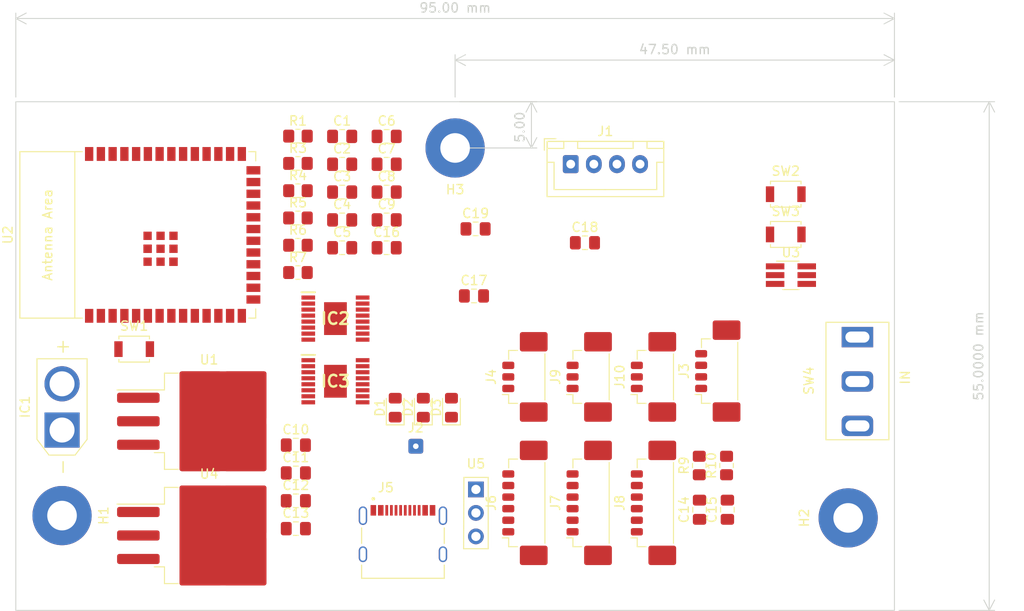
<source format=kicad_pcb>
(kicad_pcb (version 20221018) (generator pcbnew)
  (layers (0 "F.Cu" signal) (31 "B.Cu" signal) (34 "B.Paste" user) (35 "F.Paste" user) (36 "B.SilkS" user "B.Silkscreen") (37 "F.SilkS" user "F.Silkscreen") (38 "B.Mask" user) (39 "F.Mask" user) (44 "Edge.Cuts" user))
  (net 0 "")
  (net 1 "GND")
  (net 2 "EN")
  (net 3 "BOOT")
  (net 4 "VBUS 5V")
  (net 5 "IR MODULE")
  (net 6 "+5V")
  (net 7 "Net-(R5-Pad2)")
  (net 8 "Net-(R6-Pad2)")
  (net 9 "TEST PROGRAM")
  (net 11 "D-")
  (net 12 "D+")
  (net 13 "VBATT")
  (net 14 "QRE1113 A")
  (net 15 "QRE1113 B")
  (net 16 "QRE1113 C")
  (net 17 "SHARP 1")
  (net 18 "SHARP 2")
  (net 19 "Net-(IC3-CPL)")
  (net 20 "+3V3")
  (net 21 "Net-(J4-Pin_2)")
  (net 22 "Net-(D2-K)")
  (net 23 "Net-(D1-K)")
  (net 24 "TEST LED")
  (net 25 "POWER LED")
  (net 26 "Net-(D3-A)")
  (net 27 "SDA")
  (net 28 "SCL")
  (net 29 "Net-(J5-SHIELD-PadS1)")
  (net 30 "D+ IN")
  (net 31 "D- IN")
  (net 32 "Net-(IC3-CPH)")
  (net 40 "Net-(IC3-VCP)")
  (net 41 "Net-(IC2-CPL)")
  (net 52 "Net-(IC2-CPH)")
  (net 53 "Net-(IC2-VCP)")
  (net 54 "PWM1")
  (net 55 "IN1")
  (net 60 "OUT 1A")
  (net 61 "OUT 1B")
  (net 62 "PWM2")
  (net 63 "IN2")
  (net 68 "OUT 2A")
  (net 69 "OUT 2B")
  (net 77 "nSLEEP")
  (net 78 "+12V")
  (footprint "sumec-smdV2_library:DRV8874" (layer "F.Cu") (at 125.062 93.95)
    (fp_text reference "IC2" (at 0 0) (layer "F.SilkS") (effects (font (size 1.27 1.27) (thickness 0.254))))
    (fp_text value "DRV8874PWPR" hide)
    (pad "1" smd rect (at -2.938 -2.275 90) (size 0.45 1.475) (layers "F.Cu" "F.Paste" "F.Mask") (net 54 "PWM1"))
    (pad "2" smd rect (at -2.938 -1.625 90) (size 0.45 1.475) (layers "F.Cu" "F.Paste" "F.Mask") (net 55 "IN1"))
    (pad "3" smd rect (at -2.938 -0.975 90) (size 0.45 1.475) (layers "F.Cu" "F.Paste" "F.Mask") (net 77 "nSLEEP"))
    (pad "4" smd rect (at -2.938 -0.325 90) (size 0.45 1.475) (layers "F.Cu" "F.Paste" "F.Mask"))
    (pad "5" smd rect (at -2.938 0.325 90) (size 0.45 1.475) (layers "F.Cu" "F.Paste" "F.Mask"))
    (pad "6" smd rect (at -2.938 0.975 90) (size 0.45 1.475) (layers "F.Cu" "F.Paste" "F.Mask"))
    (pad "7" smd rect (at -2.938 1.625 90) (size 0.45 1.475) (layers "F.Cu" "F.Paste" "F.Mask"))
    (pad "8" smd rect (at -2.938 2.275 90) (size 0.45 1.475) (layers "F.Cu" "F.Paste" "F.Mask") (net 60 "OUT 1A"))
    (pad "9" smd rect (at 2.938 2.275 90) (size 0.45 1.475) (layers "F.Cu" "F.Paste" "F.Mask") (net 1 "GND"))
    (pad "10" smd rect (at 2.938 1.625 90) (size 0.45 1.475) (layers "F.Cu" "F.Paste" "F.Mask") (net 61 "OUT 1B"))
    (pad "11" smd rect (at 2.938 0.975 90) (size 0.45 1.475) (layers "F.Cu" "F.Paste" "F.Mask") (net 78 "+12V"))
    (pad "12" smd rect (at 2.938 0.325 90) (size 0.45 1.475) (layers "F.Cu" "F.Paste" "F.Mask") (net 53 "Net-(IC2-VCP)"))
    (pad "13" smd rect (at 2.938 -0.325 90) (size 0.45 1.475) (layers "F.Cu" "F.Paste" "F.Mask") (net 52 "Net-(IC2-CPH)"))
    (pad "14" smd rect (at 2.938 -0.975 90) (size 0.45 1.475) (layers "F.Cu" "F.Paste" "F.Mask") (net 41 "Net-(IC2-CPL)"))
    (pad "15" smd rect (at 2.938 -1.625 90) (size 0.45 1.475) (layers "F.Cu" "F.Paste" "F.Mask") (net 1 "GND"))
    (pad "16" smd rect (at 2.938 -2.275 90) (size 0.45 1.475) (layers "F.Cu" "F.Paste" "F.Mask") (net 1 "GND"))
    (pad "17" smd rect (at 0 0) (size 2.46 3.55) (layers "F.Cu" "F.Paste" "F.Mask") (net 1 "GND"))
  )
  (footprint "Capacitor_SMD:C_0805_2012Metric_Pad1.18x1.45mm_HandSolder" (layer "F.Cu") (at 125.7875 77.26)
    (fp_text reference "C2" (at 0 -1.68) (layer "F.SilkS"))
    (fp_text value "100nF.hb")
    (pad "1" smd roundrect (at -1.0375 0) (size 1.175 1.45) (layers "F.Cu" "F.Paste" "F.Mask") (roundrect_rratio 0.212766) (net 78 "+12V"))
    (pad "2" smd roundrect (at 1.0375 0) (size 1.175 1.45) (layers "F.Cu" "F.Paste" "F.Mask") (roundrect_rratio 0.212766) (net 40 "Net-(IC3-VCP)"))
  )
  (footprint "Button_Switch_SMD:SW_SPST_B3U-1000P" (layer "F.Cu") (at 103.3 97.25)
    (fp_text reference "SW1" (at 0 -2.5) (layer "F.SilkS"))
    (fp_text value "SW_Push")
    (pad "1" smd rect (at -1.7 0) (size 0.9 1.7) (layers "F.Cu" "F.Paste" "F.Mask") (net 20 "+3V3"))
    (pad "2" smd rect (at 1.7 0) (size 0.9 1.7) (layers "F.Cu" "F.Paste" "F.Mask") (net 9 "TEST PROGRAM"))
  )
  (footprint "Button_Switch_SMD:SW_SPST_B3U-1000P" (layer "F.Cu") (at 173.75 84.85)
    (fp_text reference "SW3" (at 0 -2.5) (layer "F.SilkS"))
    (fp_text value "SW_Push")
    (pad "1" smd rect (at -1.7 0) (size 0.9 1.7) (layers "F.Cu" "F.Paste" "F.Mask") (net 1 "GND"))
    (pad "2" smd rect (at 1.7 0) (size 0.9 1.7) (layers "F.Cu" "F.Paste" "F.Mask") (net 3 "BOOT"))
  )
  (footprint "Connector_Molex:Molex_PicoBlade_53398-0371_1x03-1MP_P1.25mm_Vertical" (layer "F.Cu") (at 145 100.255 90)
    (fp_text reference "J4" (at 0 -3.1 90) (layer "F.SilkS"))
    (fp_text value "Conn_01x03_Pin")
    (pad "1" smd roundrect (at -1.25 -1.25 90) (size 0.8 1.3) (layers "F.Cu" "F.Paste" "F.Mask") (net 16 "QRE1113 C"))
    (pad "2" smd roundrect (at 0 -1.25 90) (size 0.8 1.3) (layers "F.Cu" "F.Paste" "F.Mask") (net 21 "Net-(J4-Pin_2)"))
    (pad "3" smd roundrect (at 1.25 -1.25 90) (size 0.8 1.3) (layers "F.Cu" "F.Paste" "F.Mask") (net 1 "GND"))
    (pad "MP" smd roundrect (at -3.8 1.5 90) (size 2.1 3) (layers "F.Cu" "F.Paste" "F.Mask") (roundrect_rratio 0.119048))
    (pad "MP" smd roundrect (at 3.8 1.5 90) (size 2.1 3) (layers "F.Cu" "F.Paste" "F.Mask") (roundrect_rratio 0.119048))
  )
  (footprint "sumec-smdV2_library:DRV8874" (layer "F.Cu") (at 125.062 100.725)
    (fp_text reference "IC3" (at 0 0) (layer "F.SilkS") (effects (font (size 1.27 1.27) (thickness 0.254))))
    (fp_text value "DRV8874PWPR" hide)
    (pad "1" smd rect (at -2.938 -2.275 90) (size 0.45 1.475) (layers "F.Cu" "F.Paste" "F.Mask") (net 62 "PWM2"))
    (pad "2" smd rect (at -2.938 -1.625 90) (size 0.45 1.475) (layers "F.Cu" "F.Paste" "F.Mask") (net 63 "IN2"))
    (pad "3" smd rect (at -2.938 -0.975 90) (size 0.45 1.475) (layers "F.Cu" "F.Paste" "F.Mask") (net 77 "nSLEEP"))
    (pad "4" smd rect (at -2.938 -0.325 90) (size 0.45 1.475) (layers "F.Cu" "F.Paste" "F.Mask"))
    (pad "5" smd rect (at -2.938 0.325 90) (size 0.45 1.475) (layers "F.Cu" "F.Paste" "F.Mask"))
    (pad "6" smd rect (at -2.938 0.975 90) (size 0.45 1.475) (layers "F.Cu" "F.Paste" "F.Mask"))
    (pad "7" smd rect (at -2.938 1.625 90) (size 0.45 1.475) (layers "F.Cu" "F.Paste" "F.Mask"))
    (pad "8" smd rect (at -2.938 2.275 90) (size 0.45 1.475) (layers "F.Cu" "F.Paste" "F.Mask") (net 68 "OUT 2A"))
    (pad "9" smd rect (at 2.938 2.275 90) (size 0.45 1.475) (layers "F.Cu" "F.Paste" "F.Mask") (net 1 "GND"))
    (pad "10" smd rect (at 2.938 1.625 90) (size 0.45 1.475) (layers "F.Cu" "F.Paste" "F.Mask") (net 69 "OUT 2B"))
    (pad "11" smd rect (at 2.938 0.975 90) (size 0.45 1.475) (layers "F.Cu" "F.Paste" "F.Mask") (net 78 "+12V"))
    (pad "12" smd rect (at 2.938 0.325 90) (size 0.45 1.475) (layers "F.Cu" "F.Paste" "F.Mask") (net 40 "Net-(IC3-VCP)"))
    (pad "13" smd rect (at 2.938 -0.325 90) (size 0.45 1.475) (layers "F.Cu" "F.Paste" "F.Mask") (net 32 "Net-(IC3-CPH)"))
    (pad "14" smd rect (at 2.938 -0.975 90) (size 0.45 1.475) (layers "F.Cu" "F.Paste" "F.Mask") (net 19 "Net-(IC3-CPL)"))
    (pad "15" smd rect (at 2.938 -1.625 90) (size 0.45 1.475) (layers "F.Cu" "F.Paste" "F.Mask") (net 1 "GND"))
    (pad "16" smd rect (at 2.938 -2.275 90) (size 0.45 1.475) (layers "F.Cu" "F.Paste" "F.Mask") (net 1 "GND"))
    (pad "17" smd rect (at 0 0) (size 2.46 3.55) (layers "F.Cu" "F.Paste" "F.Mask") (net 1 "GND"))
  )
  (footprint "Capacitor_SMD:C_0805_2012Metric_Pad1.18x1.45mm_HandSolder" (layer "F.Cu") (at 125.7875 80.27)
    (fp_text reference "C3" (at 0 -1.68) (layer "F.SilkS"))
    (fp_text value "10uF.mcu")
    (pad "1" smd roundrect (at -1.0375 0) (size 1.175 1.45) (layers "F.Cu" "F.Paste" "F.Mask") (roundrect_rratio 0.212766) (net 20 "+3V3"))
    (pad "2" smd roundrect (at 1.0375 0) (size 1.175 1.45) (layers "F.Cu" "F.Paste" "F.Mask") (roundrect_rratio 0.212766) (net 1 "GND"))
  )
  (footprint "MountingHole:MountingHole_3.2mm_M3_Pad" (layer "F.Cu") (at 95.5 115.25)
    (fp_text reference "H1" (at 4.5 0 -90) (layer "F.SilkS"))
    (fp_text value "MountingHole_Pad" hide)
    (pad "1" thru_hole circle (at 0 0) (size 6.4 6.4) (drill 3.2) (layers "*.Cu" "*.Mask") (net 1 "GND"))
  )
  (footprint "Capacitor_SMD:C_0805_2012Metric_Pad1.18x1.45mm_HandSolder" (layer "F.Cu") (at 130.5975 86.29)
    (fp_text reference "C16" (at 0 -1.68) (layer "F.SilkS"))
    (fp_text value "10uF.hb")
    (pad "1" smd roundrect (at -1.0375 0) (size 1.175 1.45) (layers "F.Cu" "F.Paste" "F.Mask") (roundrect_rratio 0.212766) (net 78 "+12V"))
    (pad "2" smd roundrect (at 1.0375 0) (size 1.175 1.45) (layers "F.Cu" "F.Paste" "F.Mask") (roundrect_rratio 0.212766) (net 1 "GND"))
  )
  (footprint "Capacitor_SMD:C_0805_2012Metric_Pad1.18x1.45mm_HandSolder" (layer "F.Cu") (at 167.44 114.615 90)
    (fp_text reference "C15" (at 0 -1.68 90) (layer "F.SilkS"))
    (fp_text value "10uF.shrp")
    (pad "1" smd roundrect (at -1.0375 0 90) (size 1.175 1.45) (layers "F.Cu" "F.Paste" "F.Mask") (roundrect_rratio 0.212766) (net 1 "GND"))
    (pad "2" smd roundrect (at 1.0375 0 90) (size 1.175 1.45) (layers "F.Cu" "F.Paste" "F.Mask") (roundrect_rratio 0.212766) (net 20 "+3V3"))
  )
  (footprint "Capacitor_SMD:C_0805_2012Metric_Pad1.18x1.45mm_HandSolder" (layer "F.Cu") (at 125.7875 86.29)
    (fp_text reference "C5" (at 0 -1.68) (layer "F.SilkS"))
    (fp_text value "10uF.hb")
    (pad "1" smd roundrect (at -1.0375 0) (size 1.175 1.45) (layers "F.Cu" "F.Paste" "F.Mask") (roundrect_rratio 0.212766) (net 78 "+12V"))
    (pad "2" smd roundrect (at 1.0375 0) (size 1.175 1.45) (layers "F.Cu" "F.Paste" "F.Mask") (roundrect_rratio 0.212766) (net 1 "GND"))
  )
  (footprint "Capacitor_SMD:C_0805_2012Metric_Pad1.18x1.45mm_HandSolder" (layer "F.Cu") (at 125.7875 83.28)
    (fp_text reference "C4" (at 0 -1.68) (layer "F.SilkS"))
    (fp_text value "100nF.mcu")
    (pad "1" smd roundrect (at -1.0375 0) (size 1.175 1.45) (layers "F.Cu" "F.Paste" "F.Mask") (roundrect_rratio 0.212766) (net 20 "+3V3"))
    (pad "2" smd roundrect (at 1.0375 0) (size 1.175 1.45) (layers "F.Cu" "F.Paste" "F.Mask") (roundrect_rratio 0.212766) (net 1 "GND"))
  )
  (footprint "Connector_Wire:SolderWire-0.1sqmm_1x01_D0.4mm_OD1mm" (layer "F.Cu") (at 133.75 107.75)
    (fp_text reference "J2" (at 0 -2) (layer "F.SilkS"))
    (fp_text value "Conn_01x01_Pin")
    (pad "1" thru_hole roundrect (at 0 0) (size 1.6 1.6) (drill 0.6) (layers "*.Cu" "*.Mask") (roundrect_rratio 0.15625) (net 4 "VBUS 5V"))
  )
  (footprint "Package_TO_SOT_SMD:TO-263-3_TabPin2" (layer "F.Cu") (at 111.4 117.4)
    (fp_text reference "U4" (at 0 -6.65) (layer "F.SilkS"))
    (fp_text value "LM1084-5.0")
    (pad "1" smd roundrect (at -7.65 -2.54) (size 4.6 1.1) (layers "F.Cu" "F.Paste" "F.Mask") (roundrect_rratio 0.227273) (net 1 "GND"))
    (pad "2" smd roundrect (at -7.65 0) (size 4.6 1.1) (layers "F.Cu" "F.Paste" "F.Mask") (roundrect_rratio 0.227273) (net 6 "+5V"))
    (pad "2" smd roundrect (at -0.925 -2.775) (size 4.55 5.25) (layers "F.Cu" "F.Paste") (roundrect_rratio 0.054945) (net 6 "+5V"))
    (pad "2" smd roundrect (at -0.925 2.775) (size 4.55 5.25) (layers "F.Cu" "F.Paste") (roundrect_rratio 0.054945) (net 6 "+5V"))
    (pad "2" smd roundrect (at 1.5 0) (size 9.4 10.8) (layers "F.Cu" "F.Mask") (roundrect_rratio 0.026596) (net 6 "+5V"))
    (pad "2" smd roundrect (at 3.925 -2.775) (size 4.55 5.25) (layers "F.Cu" "F.Paste") (roundrect_rratio 0.054945) (net 6 "+5V"))
    (pad "2" smd roundrect (at 3.925 2.775) (size 4.55 5.25) (layers "F.Cu" "F.Paste") (roundrect_rratio 0.054945) (net 6 "+5V"))
    (pad "3" smd roundrect (at -7.65 2.54) (size 4.6 1.1) (layers "F.Cu" "F.Paste" "F.Mask") (roundrect_rratio 0.227273) (net 78 "+12V"))
  )
  (footprint "Resistor_SMD:R_0805_2012Metric_Pad1.20x1.40mm_HandSolder" (layer "F.Cu") (at 121.0075 80.12)
    (fp_text reference "R4" (at 0 -1.65) (layer "F.SilkS"))
    (fp_text value "0R")
    (pad "1" smd roundrect (at -1 0) (size 1.2 1.4) (layers "F.Cu" "F.Paste" "F.Mask") (roundrect_rratio 0.208333) (net 29 "Net-(J5-SHIELD-PadS1)"))
    (pad "2" smd roundrect (at 1 0) (size 1.2 1.4) (layers "F.Cu" "F.Paste" "F.Mask") (roundrect_rratio 0.208333) (net 1 "GND"))
  )
  (footprint "Resistor_SMD:R_0805_2012Metric_Pad1.20x1.40mm_HandSolder" (layer "F.Cu") (at 121.0075 74.22)
    (fp_text reference "R1" (at 0 -1.65) (layer "F.SilkS"))
    (fp_text value "220")
    (pad "1" smd roundrect (at -1 0) (size 1.2 1.4) (layers "F.Cu" "F.Paste" "F.Mask") (roundrect_rratio 0.208333) (net 22 "Net-(D2-K)"))
    (pad "2" smd roundrect (at 1 0) (size 1.2 1.4) (layers "F.Cu" "F.Paste" "F.Mask") (roundrect_rratio 0.208333) (net 1 "GND"))
  )
  (footprint "Capacitor_SMD:C_0805_2012Metric_Pad1.18x1.45mm_HandSolder" (layer "F.Cu") (at 140.2125 84.25)
    (fp_text reference "C19" (at 0 -1.68) (layer "F.SilkS"))
    (fp_text value "220nF.hb")
    (pad "1" smd roundrect (at -1.0375 0) (size 1.175 1.45) (layers "F.Cu" "F.Paste" "F.Mask") (roundrect_rratio 0.212766) (net 78 "+12V"))
    (pad "2" smd roundrect (at 1.0375 0) (size 1.175 1.45) (layers "F.Cu" "F.Paste" "F.Mask") (roundrect_rratio 0.212766) (net 53 "Net-(IC2-VCP)"))
  )
  (footprint "sumec-smdV2_library:USB_Type_C" (layer "F.Cu") (at 132.36 119.43)
    (fp_text reference "J5" (at -1.85 -7.205) (layer "F.SilkS"))
    (fp_text value "TYPE-C-31-M-12")
    (pad "" np_thru_hole circle (at -2.89 -3.68) (size 0.6 0.6) (drill 0.6) (layers "*.Cu" "*.Mask"))
    (pad "" np_thru_hole circle (at 2.89 -3.68) (size 0.6 0.6) (drill 0.6) (layers "*.Cu" "*.Mask"))
    (pad "A1_B12" smd rect (at -3.2 -4.75) (size 0.6 1.14) (layers "F.Cu" "F.Paste") (net 1 "GND"))
    (pad "A4_B9" smd rect (at -2.4 -4.75) (size 0.6 1.14) (layers "F.Cu" "F.Paste") (net 26 "Net-(D3-A)"))
    (pad "A5" smd rect (at -1.25 -4.75) (size 0.3 1.14) (layers "F.Cu" "F.Paste"))
    (pad "A6" smd rect (at -0.25 -4.75) (size 0.3 1.14) (layers "F.Cu" "F.Paste") (net 30 "D+ IN"))
    (pad "A7" smd rect (at 0.25 -4.75) (size 0.3 1.14) (layers "F.Cu" "F.Paste") (net 31 "D- IN"))
    (pad "A8" smd rect (at 1.25 -4.75) (size 0.3 1.14) (layers "F.Cu" "F.Paste"))
    (pad "B1_A12" smd rect (at 3.2 -4.75) (size 0.6 1.14) (layers "F.Cu" "F.Paste") (net 1 "GND"))
    (pad "B4_A9" smd rect (at 2.4 -4.75) (size 0.6 1.14) (layers "F.Cu" "F.Paste") (net 26 "Net-(D3-A)"))
    (pad "B5" smd rect (at 1.75 -4.75) (size 0.3 1.14) (layers "F.Cu" "F.Paste"))
    (pad "B6" smd rect (at 0.75 -4.75) (size 0.3 1.14) (layers "F.Cu" "F.Paste") (net 30 "D+ IN"))
    (pad "B7" smd rect (at -0.75 -4.75) (size 0.3 1.14) (layers "F.Cu" "F.Paste") (net 31 "D- IN"))
    (pad "B8" smd rect (at -1.75 -4.75) (size 0.3 1.14) (layers "F.Cu" "F.Paste"))
    (pad "S1" thru_hole oval (at -4.325 -4.17) (size 0.9 2) (drill oval 0.6 1.7) (layers "*.Cu" "*.Mask") (net 29 "Net-(J5-SHIELD-PadS1)"))
    (pad "S2" thru_hole oval (at 4.325 -4.17) (size 0.9 2) (drill oval 0.6 1.7) (layers "*.Cu" "*.Mask") (net 29 "Net-(J5-SHIELD-PadS1)"))
    (pad "S3" thru_hole oval (at -4.325 0) (size 0.9 1.7) (drill oval 0.6 1.4) (layers "*.Cu" "*.Mask") (net 29 "Net-(J5-SHIELD-PadS1)"))
    (pad "S4" thru_hole oval (at 4.325 0) (size 0.9 1.7) (drill oval 0.6 1.4) (layers "*.Cu" "*.Mask") (net 29 "Net-(J5-SHIELD-PadS1)"))
  )
  (footprint "Capacitor_SMD:C_0805_2012Metric_Pad1.18x1.45mm_HandSolder" (layer "F.Cu") (at 130.5975 77.26)
    (fp_text reference "C7" (at 0 -1.68) (layer "F.SilkS"))
    (fp_text value "100nF.en")
    (pad "1" smd roundrect (at -1.0375 0) (size 1.175 1.45) (layers "F.Cu" "F.Paste" "F.Mask") (roundrect_rratio 0.212766) (net 2 "EN"))
    (pad "2" smd roundrect (at 1.0375 0) (size 1.175 1.45) (layers "F.Cu" "F.Paste" "F.Mask") (roundrect_rratio 0.212766) (net 1 "GND"))
  )
  (footprint "Diode_SMD:D_0805_2012Metric_Pad1.15x1.40mm_HandSolder" (layer "F.Cu") (at 137.605 103.58 90)
    (fp_text reference "D3" (at 0 -1.65 90) (layer "F.SilkS"))
    (fp_text value "D_Schottky")
    (pad "1" smd roundrect (at -1.025 0 90) (size 1.15 1.4) (layers "F.Cu" "F.Paste" "F.Mask") (roundrect_rratio 0.217391) (net 4 "VBUS 5V"))
    (pad "2" smd roundrect (at 1.025 0 90) (size 1.15 1.4) (layers "F.Cu" "F.Paste" "F.Mask") (roundrect_rratio 0.217391) (net 26 "Net-(D3-A)"))
  )
  (footprint "Resistor_SMD:R_0805_2012Metric_Pad1.20x1.40mm_HandSolder" (layer "F.Cu") (at 121.0075 88.97)
    (fp_text reference "R7" (at 0 -1.65) (layer "F.SilkS"))
    (fp_text value "10k.mcu")
    (pad "1" smd roundrect (at -1 0) (size 1.2 1.4) (layers "F.Cu" "F.Paste" "F.Mask") (roundrect_rratio 0.208333) (net 2 "EN"))
    (pad "2" smd roundrect (at 1 0) (size 1.2 1.4) (layers "F.Cu" "F.Paste" "F.Mask") (roundrect_rratio 0.208333) (net 20 "+3V3"))
  )
  (footprint "Capacitor_SMD:C_0805_2012Metric_Pad1.18x1.45mm_HandSolder" (layer "F.Cu") (at 120.78 110.64)
    (fp_text reference "C11" (at 0 -1.68) (layer "F.SilkS"))
    (fp_text value "10uF.stabl")
    (pad "1" smd roundrect (at -1.0375 0) (size 1.175 1.45) (layers "F.Cu" "F.Paste" "F.Mask") (roundrect_rratio 0.212766) (net 6 "+5V"))
    (pad "2" smd roundrect (at 1.0375 0) (size 1.175 1.45) (layers "F.Cu" "F.Paste" "F.Mask") (roundrect_rratio 0.212766) (net 1 "GND"))
  )
  (footprint "Resistor_SMD:R_0805_2012Metric_Pad1.20x1.40mm_HandSolder" (layer "F.Cu") (at 121.0075 86.02)
    (fp_text reference "R6" (at 0 -1.65) (layer "F.SilkS"))
    (fp_text value "15R")
    (pad "1" smd roundrect (at -1 0) (size 1.2 1.4) (layers "F.Cu" "F.Paste" "F.Mask") (roundrect_rratio 0.208333) (net 31 "D- IN"))
    (pad "2" smd roundrect (at 1 0) (size 1.2 1.4) (layers "F.Cu" "F.Paste" "F.Mask") (roundrect_rratio 0.208333) (net 8 "Net-(R6-Pad2)"))
  )
  (footprint "Capacitor_SMD:C_0805_2012Metric_Pad1.18x1.45mm_HandSolder" (layer "F.Cu") (at 130.5975 74.25)
    (fp_text reference "C6" (at 0 -1.68) (layer "F.SilkS"))
    (fp_text value "100nF.hb")
    (pad "1" smd roundrect (at -1.0375 0) (size 1.175 1.45) (layers "F.Cu" "F.Paste" "F.Mask") (roundrect_rratio 0.212766) (net 1 "GND"))
    (pad "2" smd roundrect (at 1.0375 0) (size 1.175 1.45) (layers "F.Cu" "F.Paste" "F.Mask") (roundrect_rratio 0.212766) (net 78 "+12V"))
  )
  (footprint "LED_SMD:LED_0805_2012Metric_Pad1.15x1.40mm_HandSolder" (layer "F.Cu") (at 134.565 103.58 90)
    (fp_text reference "D2" (at 0 -1.65 90) (layer "F.SilkS"))
    (fp_text value "LED")
    (pad "1" smd roundrect (at -1.025 0 90) (size 1.15 1.4) (layers "F.Cu" "F.Paste" "F.Mask") (roundrect_rratio 0.217391) (net 22 "Net-(D2-K)"))
    (pad "2" smd roundrect (at 1.025 0 90) (size 1.15 1.4) (layers "F.Cu" "F.Paste" "F.Mask") (roundrect_rratio 0.217391) (net 25 "POWER LED"))
  )
  (footprint "MountingHole:MountingHole_3.2mm_M3_Pad" (layer "F.Cu") (at 138 75.5 180)
    (fp_text reference "H3" (at 0 -4.5) (layer "F.SilkS"))
    (fp_text value "MountingHole_Pad" hide)
    (pad "1" thru_hole circle (at 0 0 180) (size 6.4 6.4) (drill 3.2) (layers "*.Cu" "*.Mask") (net 1 "GND"))
  )
  (footprint "Package_TO_SOT_SMD:TO-263-3_TabPin2" (layer "F.Cu") (at 111.4 105.05)
    (fp_text reference "U1" (at 0 -6.65) (layer "F.SilkS"))
    (fp_text value "LM1084-3.3")
    (pad "1" smd roundrect (at -7.65 -2.54) (size 4.6 1.1) (layers "F.Cu" "F.Paste" "F.Mask") (roundrect_rratio 0.227273) (net 1 "GND"))
    (pad "2" smd roundrect (at -7.65 0) (size 4.6 1.1) (layers "F.Cu" "F.Paste" "F.Mask") (roundrect_rratio 0.227273) (net 20 "+3V3"))
    (pad "2" smd roundrect (at -0.925 -2.775) (size 4.55 5.25) (layers "F.Cu" "F.Paste") (roundrect_rratio 0.054945) (net 20 "+3V3"))
    (pad "2" smd roundrect (at -0.925 2.775) (size 4.55 5.25) (layers "F.Cu" "F.Paste") (roundrect_rratio 0.054945) (net 20 "+3V3"))
    (pad "2" smd roundrect (at 1.5 0) (size 9.4 10.8) (layers "F.Cu" "F.Mask") (roundrect_rratio 0.026596) (net 20 "+3V3"))
    (pad "2" smd roundrect (at 3.925 -2.775) (size 4.55 5.25) (layers "F.Cu" "F.Paste") (roundrect_rratio 0.054945) (net 20 "+3V3"))
    (pad "2" smd roundrect (at 3.925 2.775) (size 4.55 5.25) (layers "F.Cu" "F.Paste") (roundrect_rratio 0.054945) (net 20 "+3V3"))
    (pad "3" smd roundrect (at -7.65 2.54) (size 4.6 1.1) (layers "F.Cu" "F.Paste" "F.Mask") (roundrect_rratio 0.227273) (net 6 "+5V"))
  )
  (footprint "Resistor_SMD:R_0805_2012Metric_Pad1.20x1.40mm_HandSolder" (layer "F.Cu") (at 121.0075 83.07)
    (fp_text reference "R5" (at 0 -1.65) (layer "F.SilkS"))
    (fp_text value "15R")
    (pad "1" smd roundrect (at -1 0) (size 1.2 1.4) (layers "F.Cu" "F.Paste" "F.Mask") (roundrect_rratio 0.208333) (net 30 "D+ IN"))
    (pad "2" smd roundrect (at 1 0) (size 1.2 1.4) (layers "F.Cu" "F.Paste" "F.Mask") (roundrect_rratio 0.208333) (net 7 "Net-(R5-Pad2)"))
  )
  (footprint "Resistor_SMD:R_0805_2012Metric_Pad1.20x1.40mm_HandSolder" (layer "F.Cu") (at 121.0075 77.17)
    (fp_text reference "R3" (at 0 -1.65) (layer "F.SilkS"))
    (fp_text value "220")
    (pad "1" smd roundrect (at -1 0) (size 1.2 1.4) (layers "F.Cu" "F.Paste" "F.Mask") (roundrect_rratio 0.208333) (net 23 "Net-(D1-K)"))
    (pad "2" smd roundrect (at 1 0) (size 1.2 1.4) (layers "F.Cu" "F.Paste" "F.Mask") (roundrect_rratio 0.208333) (net 1 "GND"))
  )
  (footprint "Capacitor_SMD:C_0805_2012Metric_Pad1.18x1.45mm_HandSolder" (layer "F.Cu") (at 130.5975 83.28)
    (fp_text reference "C9" (at 0 -1.68) (layer "F.SilkS"))
    (fp_text value "100nF")
    (pad "1" smd roundrect (at -1.0375 0) (size 1.175 1.45) (layers "F.Cu" "F.Paste" "F.Mask") (roundrect_rratio 0.212766) (net 4 "VBUS 5V"))
    (pad "2" smd roundrect (at 1.0375 0) (size 1.175 1.45) (layers "F.Cu" "F.Paste" "F.Mask") (roundrect_rratio 0.212766) (net 1 "GND"))
  )
  (footprint "Connector_Molex:Molex_PicoBlade_53398-0371_1x03-1MP_P1.25mm_Vertical" (layer "F.Cu") (at 158.9 100.255 90)
    (fp_text reference "J10" (at 0 -3.1 90) (layer "F.SilkS"))
    (fp_text value "Conn_01x03_Pin")
    (pad "1" smd roundrect (at -1.25 -1.25 90) (size 0.8 1.3) (layers "F.Cu" "F.Paste" "F.Mask") (net 18 "SHARP 2"))
    (pad "2" smd roundrect (at 0 -1.25 90) (size 0.8 1.3) (layers "F.Cu" "F.Paste" "F.Mask") (net 20 "+3V3"))
    (pad "3" smd roundrect (at 1.25 -1.25 90) (size 0.8 1.3) (layers "F.Cu" "F.Paste" "F.Mask") (net 1 "GND"))
    (pad "MP" smd roundrect (at -3.8 1.5 90) (size 2.1 3) (layers "F.Cu" "F.Paste" "F.Mask") (roundrect_rratio 0.119048))
    (pad "MP" smd roundrect (at 3.8 1.5 90) (size 2.1 3) (layers "F.Cu" "F.Paste" "F.Mask") (roundrect_rratio 0.119048))
  )
  (footprint "Button_Switch_SMD:SW_SPST_B3U-1000P" (layer "F.Cu") (at 173.75 80.5)
    (fp_text reference "SW2" (at 0 -2.5) (layer "F.SilkS"))
    (fp_text value "SW_Push")
    (pad "1" smd rect (at -1.7 0) (size 0.9 1.7) (layers "F.Cu" "F.Paste" "F.Mask") (net 1 "GND"))
    (pad "2" smd rect (at 1.7 0) (size 0.9 1.7) (layers "F.Cu" "F.Paste" "F.Mask") (net 2 "EN"))
  )
  (footprint "Connector_Molex:Molex_PicoBlade_53398-0671_1x06-1MP_P1.25mm_Vertical" (layer "F.Cu") (at 151.95 113.875 90)
    (fp_text reference "J7" (at 0 -3.1 90) (layer "F.SilkS"))
    (fp_text value "Conn_01x06_Pin")
    (pad "1" smd roundrect (at -3.125 -1.25 90) (size 0.8 1.3) (layers "F.Cu" "F.Paste" "F.Mask") (net 6 "+5V"))
    (pad "2" smd roundrect (at -1.875 -1.25 90) (size 0.8 1.3) (layers "F.Cu" "F.Paste" "F.Mask") (net 27 "SDA"))
    (pad "3" smd roundrect (at -0.625 -1.25 90) (size 0.8 1.3) (layers "F.Cu" "F.Paste" "F.Mask") (net 28 "SCL"))
    (pad "4" smd roundrect (at 0.625 -1.25 90) (size 0.8 1.3) (layers "F.Cu" "F.Paste" "F.Mask") (net 1 "GND"))
    (pad "5" smd roundrect (at 1.875 -1.25 90) (size 0.8 1.3) (layers "F.Cu" "F.Paste" "F.Mask") (net 1 "GND"))
    (pad "6" smd roundrect (at 3.125 -1.25 90) (size 0.8 1.3) (layers "F.Cu" "F.Paste" "F.Mask"))
    (pad "MP" smd roundrect (at -5.675 1.5 90) (size 2.1 3) (layers "F.Cu" "F.Paste" "F.Mask") (roundrect_rratio 0.119048))
    (pad "MP" smd roundrect (at 5.675 1.5 90) (size 2.1 3) (layers "F.Cu" "F.Paste" "F.Mask") (roundrect_rratio 0.119048))
  )
  (footprint "Connector_JST:JST_XH_B4B-XH-A_1x04_P2.50mm_Vertical" (layer "F.Cu") (at 150.5 77.25)
    (fp_text reference "J1" (at 3.75 -3.55) (layer "F.SilkS"))
    (fp_text value "Conn_01x04_Pin")
    (pad "1" thru_hole roundrect (at 0 0) (size 1.7 1.95) (drill 0.95) (layers "*.Cu" "*.Mask") (roundrect_rratio 0.147059) (net 60 "OUT 1A"))
    (pad "2" thru_hole oval (at 2.5 0) (size 1.7 1.95) (drill 0.95) (layers "*.Cu" "*.Mask") (net 61 "OUT 1B"))
    (pad "3" thru_hole oval (at 5 0) (size 1.7 1.95) (drill 0.95) (layers "*.Cu" "*.Mask") (net 68 "OUT 2A"))
    (pad "4" thru_hole oval (at 7.5 0) (size 1.7 1.95) (drill 0.95) (layers "*.Cu" "*.Mask") (net 69 "OUT 2B"))
  )
  (footprint "Capacitor_SMD:C_0805_2012Metric_Pad1.18x1.45mm_HandSolder" (layer "F.Cu") (at 164.43 114.615 90)
    (fp_text reference "C14" (at 0 -1.68 90) (layer "F.SilkS"))
    (fp_text value "10uF.shrp")
    (pad "1" smd roundrect (at -1.0375 0 90) (size 1.175 1.45) (layers "F.Cu" "F.Paste" "F.Mask") (roundrect_rratio 0.212766) (net 1 "GND"))
    (pad "2" smd roundrect (at 1.0375 0 90) (size 1.175 1.45) (layers "F.Cu" "F.Paste" "F.Mask") (roundrect_rratio 0.212766) (net 20 "+3V3"))
  )
  (footprint "Capacitor_SMD:C_0805_2012Metric_Pad1.18x1.45mm_HandSolder" (layer "F.Cu") (at 120.78 113.65)
    (fp_text reference "C12" (at 0 -1.68) (layer "F.SilkS"))
    (fp_text value "10uF.stabl")
    (pad "1" smd roundrect (at -1.0375 0) (size 1.175 1.45) (layers "F.Cu" "F.Paste" "F.Mask") (roundrect_rratio 0.212766) (net 6 "+5V"))
    (pad "2" smd roundrect (at 1.0375 0) (size 1.175 1.45) (layers "F.Cu" "F.Paste" "F.Mask") (roundrect_rratio 0.212766) (net 1 "GND"))
  )
  (footprint "Connector_Molex:Molex_PicoBlade_53398-0671_1x06-1MP_P1.25mm_Vertical" (layer "F.Cu") (at 145 113.875 90)
    (fp_text reference "J6" (at 0 -3.1 90) (layer "F.SilkS"))
    (fp_text value "Conn_01x06_Pin")
    (pad "1" smd roundrect (at -3.125 -1.25 90) (size 0.8 1.3) (layers "F.Cu" "F.Paste" "F.Mask") (net 6 "+5V"))
    (pad "2" smd roundrect (at -1.875 -1.25 90) (size 0.8 1.3) (layers "F.Cu" "F.Paste" "F.Mask") (net 27 "SDA"))
    (pad "3" smd roundrect (at -0.625 -1.25 90) (size 0.8 1.3) (layers "F.Cu" "F.Paste" "F.Mask") (net 28 "SCL"))
    (pad "4" smd roundrect (at 0.625 -1.25 90) (size 0.8 1.3) (layers "F.Cu" "F.Paste" "F.Mask") (net 1 "GND"))
    (pad "5" smd roundrect (at 1.875 -1.25 90) (size 0.8 1.3) (layers "F.Cu" "F.Paste" "F.Mask") (net 1 "GND"))
    (pad "6" smd roundrect (at 3.125 -1.25 90) (size 0.8 1.3) (layers "F.Cu" "F.Paste" "F.Mask"))
    (pad "MP" smd roundrect (at -5.675 1.5 90) (size 2.1 3) (layers "F.Cu" "F.Paste" "F.Mask") (roundrect_rratio 0.119048))
    (pad "MP" smd roundrect (at 5.675 1.5 90) (size 2.1 3) (layers "F.Cu" "F.Paste" "F.Mask") (roundrect_rratio 0.119048))
  )
  (footprint "Package_TO_SOT_SMD:TSOT-23-6_HandSoldering" (layer "F.Cu") (at 174.31 89.25)
    (fp_text reference "U3" (at 0 -2.45) (layer "F.SilkS"))
    (fp_text value "USBLC6-2SC6")
    (pad "1" smd rect (at -1.71 -0.95) (size 2 0.65) (layers "F.Cu" "F.Paste" "F.Mask") (net 7 "Net-(R5-Pad2)"))
    (pad "2" smd rect (at -1.71 0) (size 2 0.65) (layers "F.Cu" "F.Paste" "F.Mask") (net 1 "GND"))
    (pad "3" smd rect (at -1.71 0.95) (size 2 0.65) (layers "F.Cu" "F.Paste" "F.Mask") (net 8 "Net-(R6-Pad2)"))
    (pad "4" smd rect (at 1.71 0.95) (size 2 0.65) (layers "F.Cu" "F.Paste" "F.Mask") (net 11 "D-"))
    (pad "5" smd rect (at 1.71 0) (size 2 0.65) (layers "F.Cu" "F.Paste" "F.Mask") (net 4 "VBUS 5V"))
    (pad "6" smd rect (at 1.71 -0.95) (size 2 0.65) (layers "F.Cu" "F.Paste" "F.Mask") (net 12 "D+"))
  )
  (footprint "sumec-smdV2_library:XT30U-M_1x02_P5.0mm_Vertical" (layer "F.Cu") (at 95.5 106 90)
    (fp_text reference "IC1" (at 2.5 -4 90) (layer "F.SilkS"))
    (fp_text value "XT30U-F")
    (fp_text user "+" (at 9 0 90) (layer "F.SilkS") (effects (font (size 1.5 1.5))))
    (fp_text user "-" (at -4 0 90) (layer "F.SilkS") (effects (font (size 1.5 1.5))))
    (pad "1" thru_hole rect (at 0 0 90) (size 3.8 3.8) (drill 2.7) (layers "*.Cu" "*.Mask") (net 1 "GND"))
    (pad "2" thru_hole circle (at 5 0 90) (size 3.8 3.8) (drill 2.7) (layers "*.Cu" "*.Mask") (net 13 "VBATT"))
  )
  (footprint "Resistor_SMD:R_0805_2012Metric_Pad1.20x1.40mm_HandSolder" (layer "F.Cu") (at 164.4 109.835 90)
    (fp_text reference "R9" (at 0 -1.65 90) (layer "F.SilkS"))
    (fp_text value "10k")
    (pad "1" smd roundrect (at -1 0 90) (size 1.2 1.4) (layers "F.Cu" "F.Paste" "F.Mask") (roundrect_rratio 0.208333) (net 20 "+3V3"))
    (pad "2" smd roundrect (at 1 0 90) (size 1.2 1.4) (layers "F.Cu" "F.Paste" "F.Mask") (roundrect_rratio 0.208333) (net 16 "QRE1113 C"))
  )
  (footprint "PCM_Espressif:ESP32-S3-WROOM-1" (layer "F.Cu") (at 106.69 84.9 90)
    (fp_text reference "U2" (at 0 -17.05 90) (layer "F.SilkS"))
    (fp_text value "ESP32-S3-WROOM-1")
    (fp_text user "Antenna Area" (at 0 -12.75 90) (layer "F.SilkS"))
    (pad "1" smd rect (at -8.75 -8.26 90) (size 1.5 0.9) (layers "F.Cu" "F.Paste" "F.Mask") (net 1 "GND"))
    (pad "2" smd rect (at -8.75 -6.99 90) (size 1.5 0.9) (layers "F.Cu" "F.Paste" "F.Mask") (net 20 "+3V3"))
    (pad "3" smd rect (at -8.75 -5.72 90) (size 1.5 0.9) (layers "F.Cu" "F.Paste" "F.Mask") (net 2 "EN"))
    (pad "4" smd rect (at -8.75 -4.45 90) (size 1.5 0.9) (layers "F.Cu" "F.Paste" "F.Mask") (net 14 "QRE1113 A"))
    (pad "5" smd rect (at -8.75 -3.18 90) (size 1.5 0.9) (layers "F.Cu" "F.Paste" "F.Mask") (net 15 "QRE1113 B"))
    (pad "6" smd rect (at -8.75 -1.91 90) (size 1.5 0.9) (layers "F.Cu" "F.Paste" "F.Mask") (net 16 "QRE1113 C"))
    (pad "7" smd rect (at -8.75 -0.64 90) (size 1.5 0.9) (layers "F.Cu" "F.Paste" "F.Mask"))
    (pad "8" smd rect (at -8.75 0.63 90) (size 1.5 0.9) (layers "F.Cu" "F.Paste" "F.Mask") (net 24 "TEST LED"))
    (pad "9" smd rect (at -8.75 1.9 90) (size 1.5 0.9) (layers "F.Cu" "F.Paste" "F.Mask") (net 25 "POWER LED"))
    (pad "10" smd rect (at -8.75 3.17 90) (size 1.5 0.9) (layers "F.Cu" "F.Paste" "F.Mask") (net 28 "SCL"))
    (pad "11" smd rect (at -8.75 4.44 90) (size 1.5 0.9) (layers "F.Cu" "F.Paste" "F.Mask") (net 27 "SDA"))
    (pad "12" smd rect (at -8.75 5.71 90) (size 1.5 0.9) (layers "F.Cu" "F.Paste" "F.Mask"))
    (pad "13" smd rect (at -8.75 6.98 90) (size 1.5 0.9) (layers "F.Cu" "F.Paste" "F.Mask") (net 11 "D-"))
    (pad "14" smd rect (at -8.75 8.25 90) (size 1.5 0.9) (layers "F.Cu" "F.Paste" "F.Mask") (net 12 "D+"))
    (pad "15" smd rect (at -6.985 9.5 180) (size 1.5 0.9) (layers "F.Cu" "F.Paste" "F.Mask"))
    (pad "16" smd rect (at -5.715 9.5 180) (size 1.5 0.9) (layers "F.Cu" "F.Paste" "F.Mask"))
    (pad "17" smd rect (at -4.445 9.5 180) (size 1.5 0.9) (layers "F.Cu" "F.Paste" "F.Mask"))
    (pad "18" smd rect (at -3.175 9.5 180) (size 1.5 0.9) (layers "F.Cu" "F.Paste" "F.Mask"))
    (pad "19" smd rect (at -1.905 9.5 180) (size 1.5 0.9) (layers "F.Cu" "F.Paste" "F.Mask") (net 55 "IN1"))
    (pad "20" smd rect (at -0.635 9.5 180) (size 1.5 0.9) (layers "F.Cu" "F.Paste" "F.Mask") (net 54 "PWM1"))
    (pad "21" smd rect (at 0.635 9.5 180) (size 1.5 0.9) (layers "F.Cu" "F.Paste" "F.Mask") (net 63 "IN2"))
    (pad "22" smd rect (at 1.905 9.5 180) (size 1.5 0.9) (layers "F.Cu" "F.Paste" "F.Mask") (net 62 "PWM2"))
    (pad "23" smd rect (at 3.175 9.5 180) (size 1.5 0.9) (layers "F.Cu" "F.Paste" "F.Mask") (net 77 "nSLEEP"))
    (pad "24" smd rect (at 4.445 9.5 180) (size 1.5 0.9) (layers "F.Cu" "F.Paste" "F.Mask"))
    (pad "25" smd rect (at 5.715 9.5 180) (size 1.5 0.9) (layers "F.Cu" "F.Paste" "F.Mask"))
    (pad "26" smd rect (at 6.985 9.5 180) (size 1.5 0.9) (layers "F.Cu" "F.Paste" "F.Mask"))
    (pad "27" smd rect (at 8.75 8.25 270) (size 1.5 0.9) (layers "F.Cu" "F.Paste" "F.Mask") (net 3 "BOOT"))
    (pad "28" smd rect (at 8.75 6.98 270) (size 1.5 0.9) (layers "F.Cu" "F.Paste" "F.Mask"))
    (pad "29" smd rect (at 8.75 5.71 270) (size 1.5 0.9) (layers "F.Cu" "F.Paste" "F.Mask"))
    (pad "30" smd rect (at 8.75 4.44 270) (size 1.5 0.9) (layers "F.Cu" "F.Paste" "F.Mask"))
    (pad "31" smd rect (at 8.75 3.17 270) (size 1.5 0.9) (layers "F.Cu" "F.Paste" "F.Mask") (net 5 "IR MODULE"))
    (pad "32" smd rect (at 8.75 1.9 270) (size 1.5 0.9) (layers "F.Cu" "F.Paste" "F.Mask") (net 18 "SHARP 2"))
    (pad "33" smd rect (at 8.75 0.63 270) (size 1.5 0.9) (layers "F.Cu" "F.Paste" "F.Mask") (net 17 "SHARP 1"))
    (pad "34" smd rect (at 8.75 -0.64 270) (size 1.5 0.9) (layers "F.Cu" "F.Paste" "F.Mask"))
    (pad "35" smd rect (at 8.75 -1.91 270) (size 1.5 0.9) (layers "F.Cu" "F.Paste" "F.Mask"))
    (pad "36" smd rect (at 8.75 -3.18 270) (size 1.5 0.9) (layers "F.Cu" "F.Paste" "F.Mask"))
    (pad "37" smd rect (at 8.75 -4.45 270) (size 1.5 0.9) (layers "F.Cu" "F.Paste" "F.Mask"))
    (pad "38" smd rect (at 8.75 -5.72 270) (size 1.5 0.9) (layers "F.Cu" "F.Paste" "F.Mask") (net 9 "TEST PROGRAM"))
    (pad "39" smd rect (at 8.75 -6.99 270) (size 1.5 0.9) (layers "F.Cu" "F.Paste" "F.Mask"))
    (pad "40" smd rect (at 8.75 -8.26 270) (size 1.5 0.9) (layers "F.Cu" "F.Paste" "F.Mask") (net 1 "GND"))
    (pad "41" smd rect (at -2.9 -1.94 270) (size 0.9 0.9) (layers "F.Cu" "F.Paste" "F.Mask") (net 1 "GND"))
    (pad "41" smd rect (at -2.9 -0.54 270) (size 0.9 0.9) (layers "F.Cu" "F.Paste" "F.Mask") (net 1 "GND"))
    (pad "41" smd rect (at -2.9 0.86 270) (size 0.9 0.9) (layers "F.Cu" "F.Paste" "F.Mask") (net 1 "GND"))
    (pad "41" smd rect (at -2.9 0.86 270) (size 0.9 0.9) (layers "F.Cu" "F.Paste" "F.Mask") (net 1 "GND"))
    (pad "41" smd rect (at -1.5 -1.94 270) (size 0.9 0.9) (layers "F.Cu" "F.Paste" "F.Mask") (net 1 "GND"))
    (pad "41" smd rect (at -1.5 -1.94 270) (size 0.9 0.9) (layers "F.Cu" "F.Paste" "F.Mask") (net 1 "GND"))
    (pad "41" smd rect (at -1.5 -0.54 270) (size 0.9 0.9) (layers "F.Cu" "F.Paste" "F.Mask") (net 1 "GND"))
    (pad "41" smd rect (at -1.5 0.86 270) (size 0.9 0.9) (layers "F.Cu" "F.Paste" "F.Mask") (net 1 "GND"))
    (pad "41" smd rect (at -0.1 -1.94 270) (size 0.9 0.9) (layers "F.Cu" "F.Paste" "F.Mask") (net 1 "GND"))
    (pad "41" smd rect (at -0.1 -0.54 270) (size 0.9 0.9) (layers "F.Cu" "F.Paste" "F.Mask") (net 1 "GND"))
    (pad "41" smd rect (at -0.1 0.86 270) (size 0.9 0.9) (layers "F.Cu" "F.Paste" "F.Mask") (net 1 "GND"))
  )
  (footprint "Connector_Molex:Molex_PicoBlade_53398-0371_1x03-1MP_P1.25mm_Vertical" (layer "F.Cu") (at 151.95 100.255 90)
    (fp_text reference "J9" (at 0 -3.1 90) (layer "F.SilkS"))
    (fp_text value "Conn_01x03_Pin")
    (pad "1" smd roundrect (at -1.25 -1.25 90) (size 0.8 1.3) (layers "F.Cu" "F.Paste" "F.Mask") (net 17 "SHARP 1"))
    (pad "2" smd roundrect (at 0 -1.25 90) (size 0.8 1.3) (layers "F.Cu" "F.Paste" "F.Mask") (net 20 "+3V3"))
    (pad "3" smd roundrect (at 1.25 -1.25 90) (size 0.8 1.3) (layers "F.Cu" "F.Paste" "F.Mask") (net 1 "GND"))
    (pad "MP" smd roundrect (at -3.8 1.5 90) (size 2.1 3) (layers "F.Cu" "F.Paste" "F.Mask") (roundrect_rratio 0.119048))
    (pad "MP" smd roundrect (at 3.8 1.5 90) (size 2.1 3) (layers "F.Cu" "F.Paste" "F.Mask") (roundrect_rratio 0.119048))
  )
  (footprint "Capacitor_SMD:C_0805_2012Metric_Pad1.18x1.45mm_HandSolder" (layer "F.Cu") (at 120.78 116.66)
    (fp_text reference "C13" (at 0 -1.68) (layer "F.SilkS"))
    (fp_text value "10uF.stabl")
    (pad "1" smd roundrect (at -1.0375 0) (size 1.175 1.45) (layers "F.Cu" "F.Paste" "F.Mask") (roundrect_rratio 0.212766) (net 20 "+3V3"))
    (pad "2" smd roundrect (at 1.0375 0) (size 1.175 1.45) (layers "F.Cu" "F.Paste" "F.Mask") (roundrect_rratio 0.212766) (net 1 "GND"))
  )
  (footprint "sumec-smdV2_library:TSOP" (layer "F.Cu") (at 140.25 112.42)
    (fp_text reference "U5" (at 0 -2.77) (layer "F.SilkS"))
    (fp_text value "TSOP382xx" hide)
    (pad "1" thru_hole rect (at 0 0) (size 1.7 1.7) (drill 1) (layers "*.Cu" "*.Mask") (net 5 "IR MODULE"))
    (pad "2" thru_hole oval (at 0 2.54) (size 1.7 1.7) (drill 1) (layers "*.Cu" "*.Mask") (net 1 "GND"))
    (pad "3" thru_hole oval (at 0 5.08) (size 1.7 1.7) (drill 1) (layers "*.Cu" "*.Mask") (net 20 "+3V3"))
  )
  (footprint "Capacitor_SMD:C_0805_2012Metric_Pad1.18x1.45mm_HandSolder" (layer "F.Cu") (at 152.0375 85.75)
    (fp_text reference "C18" (at 0 -1.68) (layer "F.SilkS"))
    (fp_text value "22nF.hb")
    (pad "1" smd roundrect (at -1.0375 0) (size 1.175 1.45) (layers "F.Cu" "F.Paste" "F.Mask") (roundrect_rratio 0.212766) (net 41 "Net-(IC2-CPL)"))
    (pad "2" smd roundrect (at 1.0375 0) (size 1.175 1.45) (layers "F.Cu" "F.Paste" "F.Mask") (roundrect_rratio 0.212766) (net 52 "Net-(IC2-CPH)"))
  )
  (footprint "LED_SMD:LED_0805_2012Metric_Pad1.15x1.40mm_HandSolder" (layer "F.Cu") (at 131.525 103.58 90)
    (fp_text reference "D1" (at 0 -1.65 90) (layer "F.SilkS"))
    (fp_text value "LED")
    (pad "1" smd roundrect (at -1.025 0 90) (size 1.15 1.4) (layers "F.Cu" "F.Paste" "F.Mask") (roundrect_rratio 0.217391) (net 23 "Net-(D1-K)"))
    (pad "2" smd roundrect (at 1.025 0 90) (size 1.15 1.4) (layers "F.Cu" "F.Paste" "F.Mask") (roundrect_rratio 0.217391) (net 24 "TEST LED"))
  )
  (footprint "Connector_Molex:Molex_PicoBlade_53398-0471_1x04-1MP_P1.25mm_Vertical" (layer "F.Cu") (at 165.85 99.625 90)
    (fp_text reference "J3" (at 0 -3.1 90) (layer "F.SilkS"))
    (fp_text value "Conn_01x04_Pin")
    (pad "1" smd roundrect (at -1.875 -1.25 90) (size 0.8 1.3) (layers "F.Cu" "F.Paste" "F.Mask") (net 15 "QRE1113 B"))
    (pad "2" smd roundrect (at -0.625 -1.25 90) (size 0.8 1.3) (layers "F.Cu" "F.Paste" "F.Mask") (net 20 "+3V3"))
    (pad "3" smd roundrect (at 0.625 -1.25 90) (size 0.8 1.3) (layers "F.Cu" "F.Paste" "F.Mask") (net 1 "GND"))
    (pad "4" smd roundrect (at 1.875 -1.25 90) (size 0.8 1.3) (layers "F.Cu" "F.Paste" "F.Mask") (net 14 "QRE1113 A"))
    (pad "MP" smd roundrect (at -4.425 1.5 90) (size 2.1 3) (layers "F.Cu" "F.Paste" "F.Mask") (roundrect_rratio 0.119048))
    (pad "MP" smd roundrect (at 4.425 1.5 90) (size 2.1 3) (layers "F.Cu" "F.Paste" "F.Mask") (roundrect_rratio 0.119048))
  )
  (footprint "Connector_Molex:Molex_PicoBlade_53398-0671_1x06-1MP_P1.25mm_Vertical" (layer "F.Cu") (at 158.9 113.875 90)
    (fp_text reference "J8" (at 0 -3.1 90) (layer "F.SilkS"))
    (fp_text value "Conn_01x06_Pin")
    (pad "1" smd roundrect (at -3.125 -1.25 90) (size 0.8 1.3) (layers "F.Cu" "F.Paste" "F.Mask") (net 6 "+5V"))
    (pad "2" smd roundrect (at -1.875 -1.25 90) (size 0.8 1.3) (layers "F.Cu" "F.Paste" "F.Mask") (net 27 "SDA"))
    (pad "3" smd roundrect (at -0.625 -1.25 90) (size 0.8 1.3) (layers "F.Cu" "F.Paste" "F.Mask") (net 28 "SCL"))
    (pad "4" smd roundrect (at 0.625 -1.25 90) (size 0.8 1.3) (layers "F.Cu" "F.Paste" "F.Mask") (net 1 "GND"))
    (pad "5" smd roundrect (at 1.875 -1.25 90) (size 0.8 1.3) (layers "F.Cu" "F.Paste" "F.Mask") (net 1 "GND"))
    (pad "6" smd roundrect (at 3.125 -1.25 90) (size 0.8 1.3) (layers "F.Cu" "F.Paste" "F.Mask"))
    (pad "MP" smd roundrect (at -5.675 1.5 90) (size 2.1 3) (layers "F.Cu" "F.Paste" "F.Mask") (roundrect_rratio 0.119048))
    (pad "MP" smd roundrect (at 5.675 1.5 90) (size 2.1 3) (layers "F.Cu" "F.Paste" "F.Mask") (roundrect_rratio 0.119048))
  )
  (footprint "Capacitor_SMD:C_0805_2012Metric_Pad1.18x1.45mm_HandSolder" (layer "F.Cu") (at 130.5975 80.27)
    (fp_text reference "C8" (at 0 -1.68) (layer "F.SilkS"))
    (fp_text value "100nF.boot")
    (pad "1" smd roundrect (at -1.0375 0) (size 1.175 1.45) (layers "F.Cu" "F.Paste" "F.Mask") (roundrect_rratio 0.212766) (net 3 "BOOT"))
    (pad "2" smd roundrect (at 1.0375 0) (size 1.175 1.45) (layers "F.Cu" "F.Paste" "F.Mask") (roundrect_rratio 0.212766) (net 1 "GND"))
  )
  (footprint "Resistor_SMD:R_0805_2012Metric_Pad1.20x1.40mm_HandSolder" (layer "F.Cu") (at 167.35 109.835 90)
    (fp_text reference "R10" (at 0 -1.65 90) (layer "F.SilkS"))
    (fp_text value "100")
    (pad "1" smd roundrect (at -1 0 90) (size 1.2 1.4) (layers "F.Cu" "F.Paste" "F.Mask") (roundrect_rratio 0.208333) (net 20 "+3V3"))
    (pad "2" smd roundrect (at 1 0 90) (size 1.2 1.4) (layers "F.Cu" "F.Paste" "F.Mask") (roundrect_rratio 0.208333) (net 21 "Net-(J4-Pin_2)"))
  )
  (footprint "Capacitor_SMD:C_0805_2012Metric_Pad1.18x1.45mm_HandSolder" (layer "F.Cu") (at 140.0375 91.5)
    (fp_text reference "C17" (at 0 -1.68) (layer "F.SilkS"))
    (fp_text value "100nF.hb")
    (pad "1" smd roundrect (at -1.0375 0) (size 1.175 1.45) (layers "F.Cu" "F.Paste" "F.Mask") (roundrect_rratio 0.212766) (net 1 "GND"))
    (pad "2" smd roundrect (at 1.0375 0) (size 1.175 1.45) (layers "F.Cu" "F.Paste" "F.Mask") (roundrect_rratio 0.212766) (net 78 "+12V"))
  )
  (footprint "Capacitor_SMD:C_0805_2012Metric_Pad1.18x1.45mm_HandSolder" (layer "F.Cu") (at 125.7875 74.25)
    (fp_text reference "C1" (at 0 -1.68) (layer "F.SilkS"))
    (fp_text value "22nF.hb")
    (pad "1" smd roundrect (at -1.0375 0) (size 1.175 1.45) (layers "F.Cu" "F.Paste" "F.Mask") (roundrect_rratio 0.212766) (net 19 "Net-(IC3-CPL)"))
    (pad "2" smd roundrect (at 1.0375 0) (size 1.175 1.45) (layers "F.Cu" "F.Paste" "F.Mask") (roundrect_rratio 0.212766) (net 32 "Net-(IC3-CPH)"))
  )
  (footprint "MountingHole:MountingHole_3.2mm_M3_Pad" (layer "F.Cu") (at 180.5 115.5 180)
    (fp_text reference "H2" (at 4.75 0 90) (layer "F.SilkS"))
    (fp_text value "MountingHole_Pad" hide)
    (pad "1" thru_hole circle (at 0 0 180) (size 6.4 6.4) (drill 3.2) (layers "*.Cu" "*.Mask") (net 1 "GND"))
  )
  (footprint "Capacitor_SMD:C_0805_2012Metric_Pad1.18x1.45mm_HandSolder" (layer "F.Cu") (at 120.78 107.63)
    (fp_text reference "C10" (at 0 -1.68) (layer "F.SilkS"))
    (fp_text value "10uF.stabl")
    (pad "1" smd roundrect (at -1.0375 0) (size 1.175 1.45) (layers "F.Cu" "F.Paste" "F.Mask") (roundrect_rratio 0.212766) (net 78 "+12V"))
    (pad "2" smd roundrect (at 1.0375 0) (size 1.175 1.45) (layers "F.Cu" "F.Paste" "F.Mask") (roundrect_rratio 0.212766) (net 1 "GND"))
  )
  (footprint "sumec-smdV2_library:Custom_SPDT_4.8mm_Switch" (layer "F.Cu") (at 181.5 100.75)
    (fp_text reference "SW4" (at -5.25 -0.08 90) (layer "F.SilkS"))
    (fp_text value "SW_DPDT_x2" hide)
    (fp_text user "IN" (at 5.75 0.42 90 unlocked) (layer "F.SilkS") (effects (justify left bottom)))
    (pad "1" thru_hole rect (at 0 -4.8) (size 3.4 2.2) (drill oval 2.6 1.2) (layers "*.Cu" "*.Mask") (net 78 "+12V"))
    (pad "2" thru_hole roundrect (at 0 0) (size 3.4 2.2) (drill oval 2.6 1.2) (layers "*.Cu" "*.Mask") (net 13 "VBATT"))
    (pad "3" thru_hole roundrect (at 0 4.8) (size 3.4 2.2) (drill oval 2.6 1.2) (layers "*.Cu" "*.Mask"))
  )
  (gr_rect (start 90.5 70.5) (end 185.5 125.5) (stroke (width 0.1)) (fill none) (layer "Edge.Cuts"))
  (dimension (type aligned) (layer "Edge.Cuts") (pts (xy 185.5 70.5) (xy 138 70.5)) (height 4.5) (gr_text "47.50 mm" (at 161.75 64.85) (layer "Edge.Cuts") (effects (font (size 1 1) (thickness 0.15)))) (format (prefix "") (suffix "") (units 3) (units_format 1) (precision 2)) (style (thickness 0.1) (arrow_length 1.27) (text_position_mode 0) (extension_height 0.58642) (extension_offset 0.5) keep_text_aligned))
  (dimension (type aligned) (layer "Edge.Cuts") (pts (xy 90.5 70.5) (xy 185.5 70.5)) (height -9) (gr_text "95.00 mm" (at 138 60.35) (layer "Edge.Cuts") (effects (font (size 1 1) (thickness 0.15)))) (format (prefix "") (suffix "") (units 3) (units_format 1) (precision 2)) (style (thickness 0.1) (arrow_length 1.27) (text_position_mode 0) (extension_height 0.58642) (extension_offset 0.5) keep_text_aligned))
  (dimension (type aligned) (layer "Edge.Cuts") (pts (xy 138 70.5) (xy 138 75.5)) (height -8.25) (gr_text "5.00" (at 145 73.25 90) (layer "Edge.Cuts") (effects (font (size 1 1) (thickness 0.15)))) (format (prefix "") (suffix "") (units 3) (units_format 0) (precision 2)) (style (thickness 0.1) (arrow_length 1.27) (text_position_mode 2) (extension_height 0.58642) (extension_offset 0.5) keep_text_aligned))
  (dimension (type aligned) (layer "Edge.Cuts") (pts (xy 185.5 70.5) (xy 185.5 125.5)) (height -10.25) (gr_text "55.0000 mm" (at 194.6 98 90) (layer "Edge.Cuts") (effects (font (size 1 1) (thickness 0.15)))) (format (prefix "") (suffix "") (units 3) (units_format 1) (precision 4)) (style (thickness 0.1) (arrow_length 1.27) (text_position_mode 0) (extension_height 0.58642) (extension_offset 0.5) keep_text_aligned))
)
</source>
